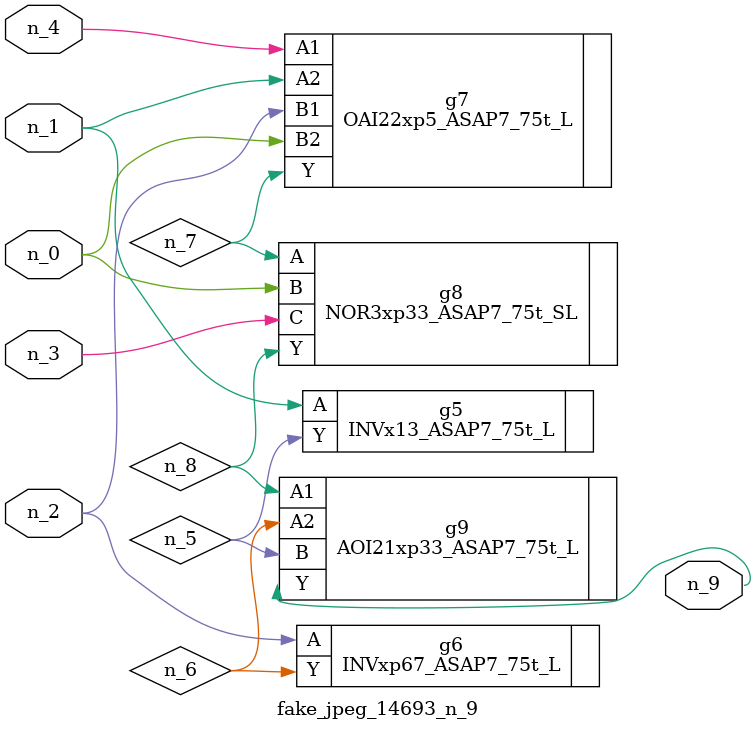
<source format=v>
module fake_jpeg_14693_n_9 (n_3, n_2, n_1, n_0, n_4, n_9);

input n_3;
input n_2;
input n_1;
input n_0;
input n_4;

output n_9;

wire n_8;
wire n_6;
wire n_5;
wire n_7;

INVx13_ASAP7_75t_L g5 ( 
.A(n_1),
.Y(n_5)
);

INVxp67_ASAP7_75t_L g6 ( 
.A(n_2),
.Y(n_6)
);

OAI22xp5_ASAP7_75t_L g7 ( 
.A1(n_4),
.A2(n_1),
.B1(n_2),
.B2(n_0),
.Y(n_7)
);

NOR3xp33_ASAP7_75t_SL g8 ( 
.A(n_7),
.B(n_0),
.C(n_3),
.Y(n_8)
);

AOI21xp33_ASAP7_75t_L g9 ( 
.A1(n_8),
.A2(n_6),
.B(n_5),
.Y(n_9)
);


endmodule
</source>
